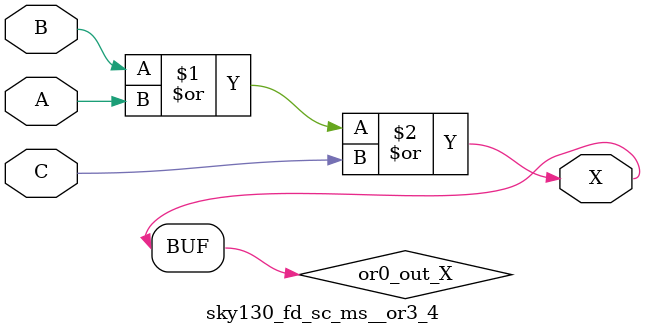
<source format=v>
module sky130_fd_sc_ms__or3_4 (
    X,
    A,
    B,
    C
);
    output X;
    input  A;
    input  B;
    input  C;
    wire or0_out_X;
    or  or0  (or0_out_X, B, A, C        );
    buf buf0 (X        , or0_out_X      );
endmodule
</source>
